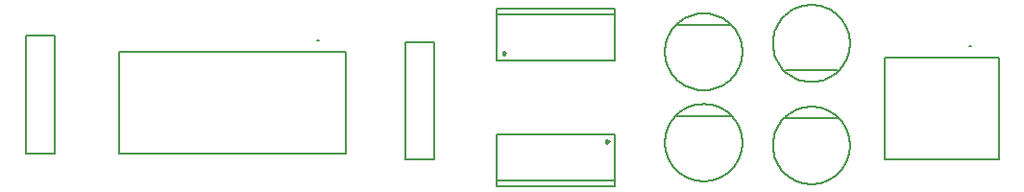
<source format=gto>
G04*
G04 #@! TF.GenerationSoftware,Altium Limited,Altium Designer,23.2.1 (34)*
G04*
G04 Layer_Color=65535*
%FSLAX25Y25*%
%MOIN*%
G70*
G04*
G04 #@! TF.SameCoordinates,0B46A028-55CD-44D3-B25E-2AE8110CF676*
G04*
G04*
G04 #@! TF.FilePolarity,Positive*
G04*
G01*
G75*
%ADD10C,0.00984*%
%ADD11C,0.00591*%
%ADD12C,0.00787*%
%ADD13C,0.00500*%
D10*
X528091Y132284D02*
X527352Y132710D01*
Y131857D01*
X528091Y132284D01*
X492264Y162992D02*
X491526Y163418D01*
Y162566D01*
X492264Y162992D01*
D11*
X611811Y166339D02*
X611774Y167339D01*
X611661Y168334D01*
X611475Y169317D01*
X611216Y170284D01*
X610886Y171229D01*
X610485Y172147D01*
X610018Y173032D01*
X609485Y173879D01*
X608891Y174685D01*
X608238Y175443D01*
X607530Y176151D01*
X606771Y176804D01*
X605966Y177399D01*
X605118Y177931D01*
X604233Y178399D01*
X603316Y178799D01*
X602371Y179130D01*
X601404Y179389D01*
X600420Y179575D01*
X599426Y179687D01*
X598425Y179725D01*
X597425Y179687D01*
X596430Y179575D01*
X595447Y179389D01*
X594480Y179130D01*
X593535Y178799D01*
X592617Y178399D01*
X591732Y177931D01*
X590885Y177399D01*
X590079Y176804D01*
X589321Y176151D01*
X588613Y175443D01*
X587960Y174685D01*
X587365Y173879D01*
X586833Y173032D01*
X586365Y172147D01*
X585965Y171229D01*
X585634Y170284D01*
X585375Y169317D01*
X585189Y168334D01*
X585077Y167339D01*
X585039Y166339D01*
X585077Y165338D01*
X585189Y164344D01*
X585375Y163360D01*
X585634Y162393D01*
X585965Y161448D01*
X586365Y160531D01*
X586833Y159646D01*
X587365Y158798D01*
X587960Y157993D01*
X588613Y157234D01*
X589321Y156526D01*
X590079Y155873D01*
X590885Y155279D01*
X591732Y154746D01*
X592617Y154279D01*
X593535Y153878D01*
X594480Y153548D01*
X595447Y153288D01*
X596430Y153102D01*
X597425Y152990D01*
X598425Y152953D01*
X599426Y152990D01*
X600420Y153102D01*
X601404Y153288D01*
X602371Y153548D01*
X603316Y153878D01*
X604233Y154279D01*
X605118Y154746D01*
X605966Y155279D01*
X606771Y155873D01*
X607530Y156526D01*
X608238Y157234D01*
X608891Y157993D01*
X609485Y158798D01*
X610018Y159646D01*
X610485Y160531D01*
X610886Y161448D01*
X611216Y162393D01*
X611475Y163360D01*
X611661Y164344D01*
X611774Y165338D01*
X611811Y166339D01*
X611811Y130906D02*
X611774Y131906D01*
X611662Y132901D01*
X611476Y133884D01*
X611216Y134851D01*
X610886Y135796D01*
X610486Y136714D01*
X610018Y137599D01*
X609485Y138446D01*
X608891Y139252D01*
X608238Y140010D01*
X607530Y140718D01*
X606771Y141371D01*
X605966Y141966D01*
X605118Y142498D01*
X604233Y142966D01*
X603316Y143366D01*
X602371Y143697D01*
X601404Y143956D01*
X600420Y144142D01*
X599426Y144254D01*
X598425Y144291D01*
X597425Y144254D01*
X596430Y144142D01*
X595447Y143956D01*
X594480Y143697D01*
X593535Y143366D01*
X592617Y142966D01*
X591732Y142498D01*
X590885Y141966D01*
X590079Y141371D01*
X589321Y140718D01*
X588613Y140010D01*
X587960Y139252D01*
X587365Y138446D01*
X586833Y137599D01*
X586365Y136714D01*
X585965Y135796D01*
X585634Y134851D01*
X585375Y133884D01*
X585189Y132901D01*
X585077Y131906D01*
X585040Y130906D01*
X585077Y129905D01*
X585189Y128911D01*
X585375Y127927D01*
X585634Y126960D01*
X585965Y126015D01*
X586365Y125098D01*
X586833Y124213D01*
X587365Y123365D01*
X587960Y122560D01*
X588613Y121801D01*
X589321Y121093D01*
X590079Y120440D01*
X590885Y119846D01*
X591732Y119313D01*
X592618Y118845D01*
X593535Y118445D01*
X594480Y118115D01*
X595447Y117856D01*
X596430Y117669D01*
X597425Y117557D01*
X598425Y117520D01*
X599426Y117557D01*
X600420Y117669D01*
X601404Y117856D01*
X602371Y118115D01*
X603316Y118445D01*
X604233Y118845D01*
X605118Y119313D01*
X605966Y119846D01*
X606771Y120440D01*
X607530Y121093D01*
X608238Y121801D01*
X608891Y122560D01*
X609485Y123365D01*
X610018Y124213D01*
X610486Y125098D01*
X610886Y126015D01*
X611216Y126960D01*
X611476Y127927D01*
X611662Y128911D01*
X611774Y129905D01*
X611811Y130906D01*
X574409Y131890D02*
X574372Y132890D01*
X574260Y133885D01*
X574074Y134868D01*
X573815Y135835D01*
X573484Y136780D01*
X573084Y137698D01*
X572616Y138583D01*
X572084Y139430D01*
X571489Y140236D01*
X570836Y140994D01*
X570128Y141702D01*
X569370Y142355D01*
X568564Y142950D01*
X567717Y143482D01*
X566831Y143950D01*
X565914Y144350D01*
X564969Y144681D01*
X564002Y144940D01*
X563019Y145126D01*
X562024Y145238D01*
X561024Y145276D01*
X560023Y145238D01*
X559029Y145126D01*
X558045Y144940D01*
X557078Y144681D01*
X556133Y144350D01*
X555216Y143950D01*
X554331Y143482D01*
X553483Y142950D01*
X552678Y142355D01*
X551919Y141702D01*
X551211Y140994D01*
X550558Y140236D01*
X549964Y139430D01*
X549431Y138583D01*
X548963Y137698D01*
X548563Y136780D01*
X548233Y135835D01*
X547973Y134868D01*
X547787Y133885D01*
X547675Y132890D01*
X547638Y131890D01*
X547675Y130889D01*
X547787Y129895D01*
X547973Y128911D01*
X548233Y127944D01*
X548563Y126999D01*
X548963Y126082D01*
X549431Y125197D01*
X549964Y124349D01*
X550558Y123544D01*
X551211Y122785D01*
X551919Y122077D01*
X552678Y121424D01*
X553483Y120830D01*
X554331Y120297D01*
X555216Y119829D01*
X556133Y119429D01*
X557078Y119099D01*
X558045Y118840D01*
X559029Y118653D01*
X560023Y118541D01*
X561024Y118504D01*
X562024Y118541D01*
X563019Y118653D01*
X564002Y118840D01*
X564969Y119099D01*
X565914Y119429D01*
X566831Y119829D01*
X567717Y120297D01*
X568564Y120830D01*
X569370Y121424D01*
X570128Y122077D01*
X570836Y122785D01*
X571489Y123544D01*
X572084Y124349D01*
X572616Y125197D01*
X573084Y126082D01*
X573484Y126999D01*
X573815Y127944D01*
X574074Y128911D01*
X574260Y129895D01*
X574372Y130889D01*
X574409Y131890D01*
Y163386D02*
X574372Y164386D01*
X574260Y165381D01*
X574074Y166365D01*
X573815Y167331D01*
X573484Y168276D01*
X573084Y169194D01*
X572616Y170079D01*
X572084Y170926D01*
X571489Y171732D01*
X570836Y172491D01*
X570128Y173198D01*
X569370Y173851D01*
X568564Y174446D01*
X567717Y174978D01*
X566831Y175446D01*
X565914Y175846D01*
X564969Y176177D01*
X564002Y176436D01*
X563019Y176622D01*
X562024Y176734D01*
X561024Y176772D01*
X560023Y176734D01*
X559029Y176622D01*
X558045Y176436D01*
X557078Y176177D01*
X556133Y175846D01*
X555216Y175446D01*
X554331Y174978D01*
X553483Y174446D01*
X552678Y173851D01*
X551919Y173198D01*
X551211Y172491D01*
X550558Y171732D01*
X549964Y170926D01*
X549431Y170079D01*
X548963Y169194D01*
X548563Y168276D01*
X548233Y167331D01*
X547973Y166365D01*
X547787Y165381D01*
X547675Y164386D01*
X547638Y163386D01*
X547675Y162385D01*
X547787Y161391D01*
X547973Y160407D01*
X548233Y159440D01*
X548563Y158495D01*
X548963Y157578D01*
X549431Y156693D01*
X549964Y155845D01*
X550558Y155040D01*
X551211Y154281D01*
X551919Y153573D01*
X552678Y152920D01*
X553483Y152326D01*
X554331Y151793D01*
X555216Y151326D01*
X556133Y150925D01*
X557078Y150595D01*
X558045Y150336D01*
X559029Y150150D01*
X560023Y150037D01*
X561024Y150000D01*
X562024Y150037D01*
X563019Y150150D01*
X564002Y150336D01*
X564969Y150595D01*
X565914Y150925D01*
X566831Y151326D01*
X567717Y151793D01*
X568564Y152326D01*
X569370Y152920D01*
X570128Y153573D01*
X570836Y154281D01*
X571489Y155040D01*
X572084Y155845D01*
X572616Y156693D01*
X573084Y157578D01*
X573484Y158495D01*
X573815Y159440D01*
X574074Y160407D01*
X574260Y161391D01*
X574372Y162385D01*
X574409Y163386D01*
D12*
X653937Y165354D02*
X653150D01*
X653937D01*
X427559Y167323D02*
X426772D01*
X427559D01*
X489213Y118701D02*
X530157D01*
Y116732D02*
Y134843D01*
X489213D02*
X530157D01*
X489213Y116732D02*
Y134843D01*
Y116732D02*
X530157D01*
X589370Y156988D02*
X607480D01*
X489213Y178543D02*
X530157D01*
Y160433D02*
Y178543D01*
X489213Y160433D02*
X530157D01*
X489212D02*
Y178543D01*
X489213Y176575D02*
X530157D01*
X457598Y125925D02*
Y166910D01*
X467598D01*
Y125925D02*
Y166910D01*
X457598Y125925D02*
X467598D01*
X589370Y140256D02*
X607480D01*
X551968Y141241D02*
X570079D01*
X325709Y128051D02*
X335709D01*
Y169036D01*
X325709D02*
X335709D01*
X325709Y128051D02*
Y169036D01*
X551969Y172736D02*
X570079D01*
D13*
X624016Y161417D02*
X663386D01*
X624016Y125984D02*
X663386D01*
X624016D02*
Y161417D01*
X663386Y125984D02*
Y161417D01*
X437008Y127953D02*
Y163386D01*
X358268Y127953D02*
Y163386D01*
Y127953D02*
X437008D01*
X358268Y163386D02*
X437008D01*
M02*

</source>
